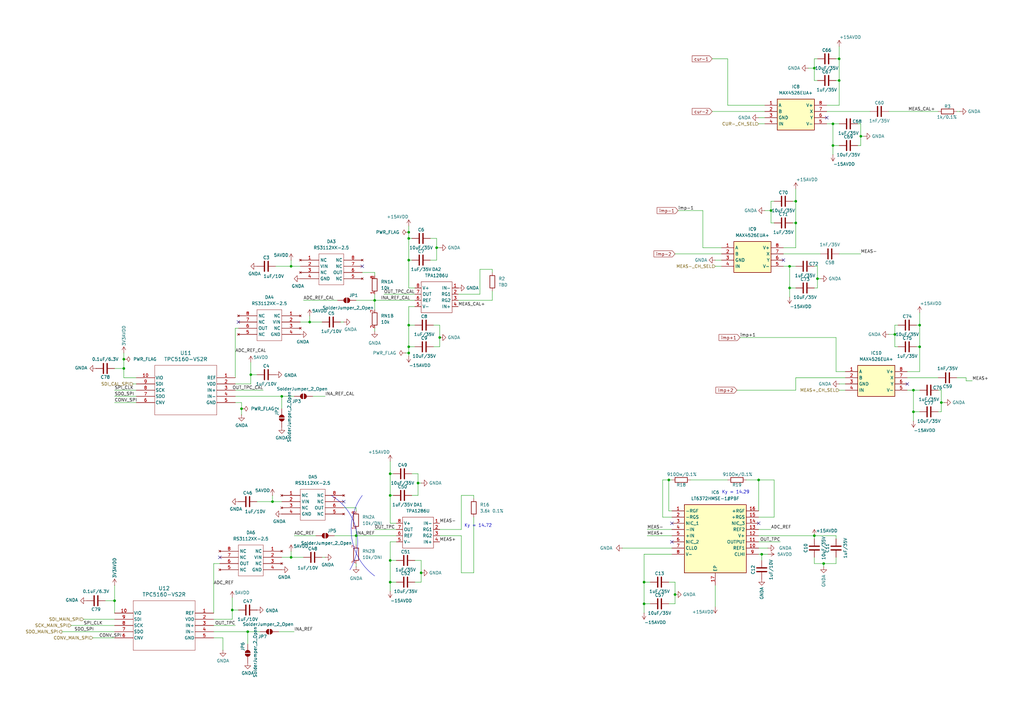
<source format=kicad_sch>
(kicad_sch (version 20231120) (generator "eeschema") (generator_version "8.0")
  (paper "A3")
  (junction (at 326.39 91.44))
  (junction (at 160.02 194.31))
  (junction (at 311.15 196.85))
  (junction (at 335.28 114.3))
  (junction (at 377.19 133.35))
  (junction (at 180.34 138.43))
  (junction (at 374.65 168.91))
  (junction (at 167.64 106.68))
  (junction (at 172.72 234.95))
  (junction (at 167.64 142.24))
  (junction (at 264.16 247.65))
  (junction (at 264.16 238.76))
  (junction (at 316.23 86.36))
  (junction (at 374.65 160.02))
  (junction (at 167.64 97.79))
  (junction (at 102.87 153.67))
  (junction (at 101.6 259.08))
  (junction (at 326.39 82.55))
  (junction (at 334.01 219.71))
  (junction (at 50.8 151.13))
  (junction (at 119.38 228.6))
  (junction (at 95.25 250.19))
  (junction (at 386.08 165.1))
  (junction (at 119.38 109.22))
  (junction (at 167.64 95.25))
  (junction (at 377.19 142.24))
  (junction (at 312.42 227.33))
  (junction (at 337.82 231.14))
  (junction (at 50.8 147.32))
  (junction (at 111.76 205.74))
  (junction (at 99.06 167.64))
  (junction (at 323.85 118.11))
  (junction (at 46.99 246.38))
  (junction (at 167.64 144.78))
  (junction (at 160.02 203.2))
  (junction (at 353.06 55.88))
  (junction (at 153.67 123.19))
  (junction (at 276.86 243.84))
  (junction (at 367.03 137.16))
  (junction (at 146.05 219.71))
  (junction (at 167.64 133.35))
  (junction (at 323.85 109.22))
  (junction (at 334.01 27.94))
  (junction (at 341.63 50.8))
  (junction (at 171.45 198.12))
  (junction (at 344.17 33.02))
  (junction (at 344.17 24.13))
  (junction (at 127 132.08))
  (junction (at 341.63 59.69))
  (junction (at 160.02 238.76))
  (junction (at 274.32 196.85))
  (junction (at 179.07 101.6))
  (junction (at 115.57 162.56))
  (junction (at 160.02 229.87))
  (no_connect (at 275.59 214.63))
  (no_connect (at 148.59 109.22))
  (no_connect (at 372.11 157.48))
  (no_connect (at 90.17 228.6))
  (no_connect (at 140.97 205.74))
  (no_connect (at 97.79 132.08))
  (no_connect (at 339.09 48.26))
  (no_connect (at 275.59 222.25))
  (no_connect (at 311.15 214.63))
  (no_connect (at 321.31 106.68))
  (wire (pts (xy 275.59 227.33) (xy 264.16 227.33)))
  (wire (pts (xy 303.53 138.43) (xy 342.9 138.43)))
  (wire (pts (xy 311.15 50.8) (xy 313.69 50.8)))
  (wire (pts (xy 264.16 247.65) (xy 264.16 251.46)))
  (wire (pts (xy 377.19 152.4) (xy 372.11 152.4)))
  (wire (pts (xy 189.23 234.95) (xy 194.31 234.95)))
  (wire (pts (xy 323.85 109.22) (xy 323.85 118.11)))
  (wire (pts (xy 353.06 104.14) (xy 344.17 104.14)))
  (wire (pts (xy 264.16 238.76) (xy 266.7 238.76)))
  (wire (pts (xy 337.82 231.14) (xy 342.9 231.14)))
  (wire (pts (xy 132.08 132.08) (xy 127 132.08)))
  (wire (pts (xy 313.69 86.36) (xy 316.23 86.36)))
  (wire (pts (xy 396.24 154.94) (xy 392.43 154.94)))
  (wire (pts (xy 157.48 120.65) (xy 170.18 120.65)))
  (wire (pts (xy 119.38 228.6) (xy 115.57 228.6)))
  (wire (pts (xy 194.31 203.2) (xy 194.31 204.47)))
  (wire (pts (xy 302.26 160.02) (xy 326.39 160.02)))
  (wire (pts (xy 351.79 50.8) (xy 353.06 50.8)))
  (wire (pts (xy 168.91 203.2) (xy 171.45 203.2)))
  (wire (pts (xy 276.86 247.65) (xy 276.86 243.84)))
  (wire (pts (xy 386.08 168.91) (xy 384.81 168.91)))
  (wire (pts (xy 196.85 110.49) (xy 201.93 110.49)))
  (wire (pts (xy 367.03 137.16) (xy 367.03 142.24)))
  (wire (pts (xy 377.19 133.35) (xy 375.92 133.35)))
  (wire (pts (xy 321.31 109.22) (xy 323.85 109.22)))
  (wire (pts (xy 353.06 50.8) (xy 353.06 55.88)))
  (wire (pts (xy 153.67 123.19) (xy 153.67 127)))
  (wire (pts (xy 368.3 133.35) (xy 367.03 133.35)))
  (wire (pts (xy 331.47 27.94) (xy 334.01 27.94)))
  (wire (pts (xy 176.53 97.79) (xy 179.07 97.79)))
  (wire (pts (xy 96.52 134.62) (xy 96.52 154.94)))
  (wire (pts (xy 372.11 154.94) (xy 384.81 154.94)))
  (wire (pts (xy 201.93 123.19) (xy 201.93 119.38)))
  (wire (pts (xy 95.25 254) (xy 95.25 250.19)))
  (wire (pts (xy 334.01 231.14) (xy 337.82 231.14)))
  (wire (pts (xy 55.88 160.02) (xy 46.99 160.02)))
  (wire (pts (xy 276.86 238.76) (xy 276.86 243.84)))
  (wire (pts (xy 148.59 111.76) (xy 153.67 111.76)))
  (wire (pts (xy 337.82 232.41) (xy 337.82 231.14)))
  (wire (pts (xy 96.52 134.62) (xy 97.79 134.62)))
  (wire (pts (xy 321.31 104.14) (xy 336.55 104.14)))
  (wire (pts (xy 170.18 118.11) (xy 167.64 118.11)))
  (wire (pts (xy 344.17 33.02) (xy 344.17 24.13)))
  (wire (pts (xy 335.28 118.11) (xy 334.01 118.11)))
  (wire (pts (xy 127 132.08) (xy 123.19 132.08)))
  (wire (pts (xy 171.45 203.2) (xy 171.45 198.12)))
  (wire (pts (xy 311.15 196.85) (xy 311.15 209.55)))
  (wire (pts (xy 153.67 120.65) (xy 153.67 123.19)))
  (wire (pts (xy 398.78 156.21) (xy 396.24 156.21)))
  (wire (pts (xy 374.65 168.91) (xy 377.19 168.91)))
  (wire (pts (xy 177.8 142.24) (xy 180.34 142.24)))
  (wire (pts (xy 344.17 19.05) (xy 344.17 24.13)))
  (wire (pts (xy 113.03 109.22) (xy 119.38 109.22)))
  (wire (pts (xy 384.81 45.72) (xy 364.49 45.72)))
  (wire (pts (xy 46.99 240.03) (xy 46.99 246.38)))
  (wire (pts (xy 334.01 219.71) (xy 342.9 219.71)))
  (wire (pts (xy 115.57 162.56) (xy 120.65 162.56)))
  (wire (pts (xy 95.25 245.11) (xy 95.25 250.19)))
  (wire (pts (xy 189.23 203.2) (xy 189.23 217.17)))
  (wire (pts (xy 179.07 97.79) (xy 179.07 101.6)))
  (wire (pts (xy 180.34 133.35) (xy 180.34 138.43)))
  (wire (pts (xy 162.56 214.63) (xy 160.02 214.63)))
  (wire (pts (xy 374.65 160.02) (xy 377.19 160.02)))
  (wire (pts (xy 99.06 170.18) (xy 99.06 167.64)))
  (wire (pts (xy 201.93 110.49) (xy 201.93 111.76)))
  (wire (pts (xy 160.02 194.31) (xy 161.29 194.31)))
  (wire (pts (xy 179.07 106.68) (xy 179.07 101.6)))
  (wire (pts (xy 320.04 222.25) (xy 311.15 222.25)))
  (wire (pts (xy 187.96 123.19) (xy 201.93 123.19)))
  (wire (pts (xy 275.59 212.09) (xy 271.78 212.09)))
  (wire (pts (xy 180.34 142.24) (xy 180.34 138.43)))
  (wire (pts (xy 326.39 77.47) (xy 326.39 82.55)))
  (wire (pts (xy 292.1 45.72) (xy 313.69 45.72)))
  (wire (pts (xy 102.87 153.67) (xy 105.41 153.67)))
  (wire (pts (xy 312.42 227.33) (xy 311.15 227.33)))
  (wire (pts (xy 293.37 248.92) (xy 293.37 240.03)))
  (wire (pts (xy 111.76 203.2) (xy 111.76 205.74)))
  (wire (pts (xy 25.4 259.08) (xy 46.99 259.08)))
  (wire (pts (xy 288.29 101.6) (xy 295.91 101.6)))
  (wire (pts (xy 377.19 142.24) (xy 377.19 152.4)))
  (wire (pts (xy 271.78 196.85) (xy 274.32 196.85)))
  (wire (pts (xy 101.6 259.08) (xy 101.6 264.16)))
  (wire (pts (xy 167.64 133.35) (xy 167.64 142.24)))
  (wire (pts (xy 312.42 227.33) (xy 312.42 229.87)))
  (wire (pts (xy 167.64 97.79) (xy 167.64 95.25)))
  (wire (pts (xy 120.65 219.71) (xy 129.54 219.71)))
  (wire (pts (xy 386.08 165.1) (xy 387.35 165.1)))
  (wire (pts (xy 160.02 238.76) (xy 162.56 238.76)))
  (wire (pts (xy 160.02 238.76) (xy 160.02 242.57)))
  (wire (pts (xy 384.81 160.02) (xy 386.08 160.02)))
  (wire (pts (xy 341.63 59.69) (xy 344.17 59.69)))
  (wire (pts (xy 311.15 48.26) (xy 313.69 48.26)))
  (wire (pts (xy 396.24 156.21) (xy 396.24 154.94)))
  (wire (pts (xy 139.7 132.08) (xy 140.97 132.08)))
  (wire (pts (xy 167.64 133.35) (xy 170.18 133.35)))
  (wire (pts (xy 342.9 138.43) (xy 342.9 152.4)))
  (wire (pts (xy 298.45 43.18) (xy 313.69 43.18)))
  (wire (pts (xy 140.97 208.28) (xy 146.05 208.28)))
  (wire (pts (xy 194.31 212.09) (xy 194.31 234.95)))
  (wire (pts (xy 160.02 229.87) (xy 160.02 238.76)))
  (wire (pts (xy 335.28 114.3) (xy 336.55 114.3)))
  (wire (pts (xy 189.23 219.71) (xy 189.23 234.95)))
  (wire (pts (xy 111.76 205.74) (xy 115.57 205.74)))
  (wire (pts (xy 167.64 97.79) (xy 168.91 97.79)))
  (wire (pts (xy 274.32 247.65) (xy 276.86 247.65)))
  (wire (pts (xy 316.23 82.55) (xy 316.23 86.36)))
  (wire (pts (xy 167.64 118.11) (xy 167.64 106.68)))
  (wire (pts (xy 172.72 229.87) (xy 172.72 234.95)))
  (wire (pts (xy 160.02 203.2) (xy 161.29 203.2)))
  (wire (pts (xy 87.63 254) (xy 95.25 254)))
  (wire (pts (xy 127 129.54) (xy 127 132.08)))
  (wire (pts (xy 264.16 247.65) (xy 266.7 247.65)))
  (wire (pts (xy 274.32 196.85) (xy 275.59 196.85)))
  (wire (pts (xy 342.9 152.4) (xy 346.71 152.4)))
  (wire (pts (xy 115.57 162.56) (xy 115.57 167.64)))
  (wire (pts (xy 167.64 95.25) (xy 167.64 92.71)))
  (wire (pts (xy 386.08 165.1) (xy 386.08 168.91)))
  (wire (pts (xy 386.08 160.02) (xy 386.08 165.1)))
  (wire (pts (xy 326.39 91.44) (xy 326.39 101.6)))
  (wire (pts (xy 189.23 203.2) (xy 194.31 203.2)))
  (wire (pts (xy 311.15 224.79) (xy 314.96 224.79)))
  (wire (pts (xy 339.09 50.8) (xy 341.63 50.8)))
  (wire (pts (xy 119.38 109.22) (xy 123.19 109.22)))
  (wire (pts (xy 146.05 123.19) (xy 153.67 123.19)))
  (wire (pts (xy 326.39 160.02) (xy 326.39 154.94)))
  (wire (pts (xy 334.01 33.02) (xy 335.28 33.02)))
  (wire (pts (xy 325.12 91.44) (xy 326.39 91.44)))
  (wire (pts (xy 96.52 157.48) (xy 102.87 157.48)))
  (wire (pts (xy 274.32 238.76) (xy 276.86 238.76)))
  (wire (pts (xy 274.32 209.55) (xy 274.32 196.85)))
  (wire (pts (xy 311.15 196.85) (xy 317.5 196.85)))
  (wire (pts (xy 283.21 196.85) (xy 298.45 196.85)))
  (wire (pts (xy 342.9 33.02) (xy 344.17 33.02)))
  (wire (pts (xy 344.17 24.13) (xy 342.9 24.13)))
  (wire (pts (xy 170.18 238.76) (xy 172.72 238.76)))
  (wire (pts (xy 344.17 33.02) (xy 344.17 43.18)))
  (wire (pts (xy 372.11 160.02) (xy 374.65 160.02)))
  (wire (pts (xy 55.88 157.48) (xy 54.61 157.48)))
  (wire (pts (xy 196.85 110.49) (xy 196.85 120.65)))
  (wire (pts (xy 317.5 212.09) (xy 311.15 212.09)))
  (wire (pts (xy 96.52 256.54) (xy 87.63 256.54)))
  (wire (pts (xy 153.67 123.19) (xy 170.18 123.19)))
  (wire (pts (xy 168.91 194.31) (xy 171.45 194.31)))
  (wire (pts (xy 50.8 154.94) (xy 55.88 154.94)))
  (wire (pts (xy 374.65 168.91) (xy 374.65 172.72)))
  (wire (pts (xy 132.08 228.6) (xy 133.35 228.6)))
  (wire (pts (xy 96.52 165.1) (xy 99.06 165.1)))
  (wire (pts (xy 167.64 144.78) (xy 167.64 146.05)))
  (wire (pts (xy 46.99 151.13) (xy 50.8 151.13)))
  (wire (pts (xy 393.7 45.72) (xy 392.43 45.72)))
  (wire (pts (xy 326.39 101.6) (xy 321.31 101.6)))
  (wire (pts (xy 87.63 259.08) (xy 101.6 259.08)))
  (wire (pts (xy 162.56 222.25) (xy 160.02 222.25)))
  (wire (pts (xy 374.65 160.02) (xy 374.65 168.91)))
  (wire (pts (xy 364.49 137.16) (xy 367.03 137.16)))
  (wire (pts (xy 353.06 55.88) (xy 354.33 55.88)))
  (wire (pts (xy 342.9 219.71) (xy 342.9 220.98)))
  (wire (pts (xy 119.38 226.06) (xy 119.38 228.6)))
  (wire (pts (xy 323.85 118.11) (xy 326.39 118.11)))
  (wire (pts (xy 265.43 217.17) (xy 275.59 217.17)))
  (wire (pts (xy 146.05 219.71) (xy 146.05 223.52)))
  (wire (pts (xy 180.34 219.71) (xy 189.23 219.71)))
  (wire (pts (xy 146.05 219.71) (xy 162.56 219.71)))
  (wire (pts (xy 124.46 228.6) (xy 119.38 228.6)))
  (wire (pts (xy 102.87 157.48) (xy 102.87 153.67)))
  (wire (pts (xy 160.02 214.63) (xy 160.02 203.2)))
  (wire (pts (xy 146.05 208.28) (xy 146.05 209.55)))
  (wire (pts (xy 335.28 109.22) (xy 335.28 114.3)))
  (wire (pts (xy 133.35 162.56) (xy 128.27 162.56)))
  (wire (pts (xy 50.8 151.13) (xy 50.8 154.94)))
  (wire (pts (xy 271.78 212.09) (xy 271.78 196.85)))
  (wire (pts (xy 114.3 259.08) (xy 120.65 259.08)))
  (wire (pts (xy 276.86 104.14) (xy 295.91 104.14)))
  (wire (pts (xy 160.02 229.87) (xy 162.56 229.87)))
  (wire (pts (xy 160.02 194.31) (xy 160.02 189.23)))
  (wire (pts (xy 317.5 196.85) (xy 317.5 212.09)))
  (wire (pts (xy 264.16 238.76) (xy 264.16 247.65)))
  (wire (pts (xy 146.05 217.17) (xy 146.05 219.71)))
  (wire (pts (xy 334.01 24.13) (xy 334.01 27.94)))
  (wire (pts (xy 275.59 209.55) (xy 274.32 209.55)))
  (wire (pts (xy 339.09 45.72) (xy 356.87 45.72)))
  (wire (pts (xy 255.27 224.79) (xy 275.59 224.79)))
  (wire (pts (xy 334.01 27.94) (xy 334.01 33.02)))
  (wire (pts (xy 334.01 220.98) (xy 334.01 219.71)))
  (wire (pts (xy 91.44 266.7) (xy 91.44 261.62)))
  (wire (pts (xy 107.95 160.02) (xy 96.52 160.02)))
  (wire (pts (xy 316.23 86.36) (xy 316.23 91.44)))
  (wire (pts (xy 288.29 86.36) (xy 288.29 101.6)))
  (wire (pts (xy 153.67 217.17) (xy 162.56 217.17)))
  (wire (pts (xy 326.39 82.55) (xy 325.12 82.55)))
  (wire (pts (xy 265.43 219.71) (xy 275.59 219.71)))
  (wire (pts (xy 38.1 261.62) (xy 46.99 261.62)))
  (wire (pts (xy 293.37 109.22) (xy 295.91 109.22)))
  (wire (pts (xy 264.16 227.33) (xy 264.16 238.76)))
  (wire (pts (xy 160.02 203.2) (xy 160.02 194.31)))
  (wire (pts (xy 171.45 198.12) (xy 172.72 198.12)))
  (wire (pts (xy 306.07 196.85) (xy 311.15 196.85)))
  (wire (pts (xy 160.02 222.25) (xy 160.02 229.87)))
  (wire (pts (xy 87.63 231.14) (xy 87.63 251.46)))
  (wire (pts (xy 344.17 43.18) (xy 339.09 43.18)))
  (wire (pts (xy 278.13 86.36) (xy 288.29 86.36)))
  (wire (pts (xy 87.63 231.14) (xy 90.17 231.14)))
  (wire (pts (xy 95.25 250.19) (xy 97.79 250.19)))
  (wire (pts (xy 46.99 246.38) (xy 46.99 251.46)))
  (wire (pts (xy 43.18 246.38) (xy 46.99 246.38)))
  (wire (pts (xy 170.18 125.73) (xy 167.64 125.73)))
  (wire (pts (xy 375.92 142.24) (xy 377.19 142.24)))
  (wire (pts (xy 341.63 50.8) (xy 344.17 50.8)))
  (wire (pts (xy 170.18 229.87) (xy 172.72 229.87)))
  (wire (pts (xy 119.38 106.68) (xy 119.38 109.22)))
  (wire (pts (xy 171.45 194.31) (xy 171.45 198.12)))
  (wire (pts (xy 323.85 109.22) (xy 326.39 109.22)))
  (wire (pts (xy 176.53 106.68) (xy 179.07 106.68)))
  (wire (pts (xy 153.67 111.76) (xy 153.67 113.03)))
  (wire (pts (xy 334.01 109.22) (xy 335.28 109.22)))
  (wire (pts (xy 341.63 50.8) (xy 341.63 59.69)))
  (wire (pts (xy 342.9 231.14) (xy 342.9 228.6)))
  (wire (pts (xy 50.8 144.78) (xy 50.8 147.32)))
  (wire (pts (xy 101.6 259.08) (xy 106.68 259.08)))
  (wire (pts (xy 166.37 144.78) (xy 167.64 144.78)))
  (wire (pts (xy 167.64 142.24) (xy 170.18 142.24)))
  (wire (pts (xy 167.64 106.68) (xy 167.64 97.79)))
  (wire (pts (xy 344.17 160.02) (xy 346.71 160.02)))
  (wire (pts (xy 353.06 55.88) (xy 353.06 59.69)))
  (wire (pts (xy 335.28 114.3) (xy 335.28 118.11)))
  (wire (pts (xy 323.85 118.11) (xy 323.85 121.92)))
  (wire (pts (xy 167.64 142.24) (xy 167.64 144.78)))
  (wire (pts (xy 311.15 219.71) (xy 334.01 219.71)))
  (wire (pts (xy 292.1 24.13) (xy 298.45 24.13)))
  (wire (pts (xy 29.21 256.54) (xy 46.99 256.54)))
  (wire (pts (xy 96.52 162.56) (xy 115.57 162.56)))
  (wire (pts (xy 50.8 147.32) (xy 50.8 151.13)))
  (wire (pts (xy 293.37 106.68) (xy 295.91 106.68)))
  (wire (pts (xy 137.16 219.71) (xy 146.05 219.71)))
  (wire (pts (xy 46.99 165.1) (xy 55.88 165.1)))
  (wire (pts (xy 326.39 91.44) (xy 326.39 82.55)))
  (wire (pts (xy 91.44 261.62) (xy 87.63 261.62)))
  (wire (pts (xy 316.23 217.17) (xy 311.15 217.17)))
  (wire (pts (xy 326.39 154.94) (xy 346.71 154.94)))
  (wire (pts (xy 314.96 227.33) (xy 312.42 227.33)))
  (wire (pts (xy 99.06 167.64) (xy 99.06 165.1)))
  (wire (pts (xy 167.64 125.73) (xy 167.64 133.35)))
  (wire (pts (xy 179.07 101.6) (xy 180.34 101.6)))
  (wire (pts (xy 180.34 217.17) (xy 189.23 217.17)))
  (wire (pts (xy 316.23 91.44) (xy 317.5 91.44)))
  (wire (pts (xy 105.41 205.74) (xy 111.76 205.74)))
  (wire (pts (xy 353.06 59.69) (xy 351.79 59.69)))
  (wire (pts (xy 317.5 82.55) (xy 316.23 82.55)))
  (wire (pts (xy 102.87 148.59) (xy 102.87 153.67)))
  (wire (pts (xy 377.19 142.24) (xy 377.19 133.35)))
  (wire (pts (xy 187.96 120.65) (xy 196.85 120.65)))
  (wire (pts (xy 153.67 135.89) (xy 153.67 134.62)))
  (wire (pts (xy 334.01 228.6) (xy 334.01 231.14)))
  (wire (pts (xy 335.28 24.13) (xy 334.01 24.13)))
  (wire (pts (xy 341.63 59.69) (xy 341.63 63.5)))
  (wire (pts (xy 367.03 133.35) (xy 367.03 137.16)))
  (wire (pts (xy 167.64 106.68) (xy 168.91 106.68)))
  (wire (pts (xy 146.05 232.41) (xy 146.05 231.14)))
  (wire (pts (xy 367.03 142.24) (xy 368.3 142.24)))
  (wire (pts (xy 298.45 24.13) (xy 298.45 43.18)))
  (wire (pts (xy 344.17 157.48) (xy 346.71 157.48)))
  (wire (pts (xy 377.19 128.27) (xy 377.19 133.35)))
  (wire (pts (xy 124.46 123.19) (xy 138.43 123.19)))
  (wire (pts (xy 177.8 133.35) (xy 180.34 133.35)))
  (wire (pts (xy 172.72 238.76) (xy 172.72 234.95)))
  (wire (pts (xy 46.99 162.56) (xy 55.88 162.56)))
  (wire (pts (xy 34.29 254) (xy 46.99 254)))
  (arc (start 135.89 203.2) (mid 146.0126 216.8618) (end 143.51 233.68))
  (arc (start 153.67 236.22) (mid 144.2913 220.7621) (end 148.59 203.2))
  (text "Ку = 14.72\n" (at 196.088 215.646 0) (effects (font (size 1.27 1.27))))
  (text "Ку = 14.29" (at 301.752 201.93 0) (effects (font (size 1.27 1.27))))
  (label "SDO_SPI" (at 30.48 259.08 0))
  (label "MEAS+" (at 180.34 222.25 0))
  (label "MEAS_CAL+" (at 187.96 125.73 0))
  (label "ADC_REF_CAL" (at 96.52 144.78 0))
  (label "imp+1" (at 303.53 138.43 0))
  (label "INA_REF" (at 146.05 219.71 0))
  (label "ADC_REF" (at 316.23 217.17 0))
  (label "INA_REF" (at 120.65 259.08 0))
  (label "MEAS-" (at 353.06 104.14 0))
  (label "ADC_REF" (at 87.63 240.03 0))
  (label "MEAS-" (at 180.34 214.63 0))
  (label "INA_REF_CAL" (at 156.21 123.19 0))
  (label "ADC_REF_CAL" (at 124.46 123.19 0))
  (label "ADC_REF" (at 120.65 219.71 0))
  (label "SPI_CLK" (at 46.99 160.02 0))
  (label "MEAS+" (at 398.78 156.21 0))
  (label "imp-1" (at 278.13 86.36 0))
  (label "CONV_SPI" (at 46.99 165.1 0))
  (label "OUT_TPC" (at 96.52 256.54 180))
  (label "SPI_CLK" (at 34.29 256.54 0))
  (label "OUT_TPC_CAL" (at 157.48 120.65 0))
  (label "INA_REF_CAL" (at 133.35 162.56 0))
  (label "OUT_TPC_CAL" (at 107.95 160.02 180))
  (label "CONV_SPI" (at 40.64 261.62 0))
  (label "OUT_TPC" (at 320.04 222.25 180))
  (label "OUT_TPC" (at 153.67 217.17 0))
  (label "SDO_SPI" (at 46.99 162.56 0))
  (label "MEAS+" (at 265.43 219.71 0))
  (label "MEAS-" (at 265.43 217.17 0))
  (label "MEAS_CAL+" (at 383.54 45.72 180))
  (global_label "imp-1" (shape input) (at 278.13 86.36 180) (property "Intersheetrefs" "${INTERSHEET_REFS}" (effects (hide yes))))
  (global_label "imp+1" (shape input) (at 303.53 138.43 180) (property "Intersheetrefs" "${INTERSHEET_REFS}" (effects (hide yes))))
  (global_label "cur-1" (shape input) (at 292.1 24.13 180) (property "Intersheetrefs" "${INTERSHEET_REFS}" (effects (hide yes))))
  (global_label "imp+2" (shape input) (at 302.26 160.02 180) (property "Intersheetrefs" "${INTERSHEET_REFS}" (effects (hide yes))))
  (global_label "cur-2" (shape input) (at 292.1 45.72 180) (property "Intersheetrefs" "${INTERSHEET_REFS}" (effects (hide yes))))
  (global_label "imp-2" (shape input) (at 276.86 104.14 180) (property "Intersheetrefs" "${INTERSHEET_REFS}" (effects (hide yes))))
  (hierarchical_label "MEAS-_CH_SEL" (shape input) (at 293.37 109.22 180))
  (hierarchical_label "MEAS+_CH_SEL" (shape input) (at 344.17 160.02 180))
  (hierarchical_label "SCK_MAIN_SPI" (shape input) (at 29.21 256.54 180))
  (hierarchical_label "SDI_CAL_SPI" (shape input) (at 54.61 157.48 180))
  (hierarchical_label "CONV_MAIN_SPI" (shape input) (at 38.1 261.62 180))
  (hierarchical_label "CUR-_CH_SEL" (shape input) (at 311.15 50.8 180))
  (hierarchical_label "SDO_MAIN_SPI" (shape output) (at 25.4 259.08 180))
  (hierarchical_label "SDI_MAIN_SPI" (shape input) (at 34.29 254 180))
  (symbol (lib_id "Device:C") (at 166.37 229.87 270) (mirror x) (unit 1)
    (property "Reference" "C51" (at 166.37 226.314 90))
    (property "Value" "1uF/35V" (at 166.37 233.68 90))
    (property "Footprint" "Capacitor_SMD:C_0603_1608Metric_Pad1.08x0.95mm_HandSolder" (effects (hide yes)))
    (property "Description" "Unpolarized capacitor" (effects (hide yes)))
  )
  (symbol (lib_id "Device:C") (at 101.6 205.74 270) (mirror x) (unit 1)
    (property "Reference" "C46" (at 101.6 202.184 90))
    (property "Value" "1uF/10V" (at 104.648 209.804 90))
    (property "Footprint" "Capacitor_SMD:C_0603_1608Metric_Pad1.08x0.95mm_HandSolder" (effects (hide yes)))
    (property "Description" "Unpolarized capacitor" (effects (hide yes)))
  )
  (symbol (lib_id "power:VDD") (at 264.16 251.46 180) (unit 1)
    (property "Reference" "#PWR092" (effects (hide yes)))
    (property "Value" "-15AVDD" (at 268.732 255.27 0))
    (property "Description" "Power symbol creates a global label with name \"VDD\"" (effects (hide yes)))
  )
  (symbol (lib_id "LT6372HMSE-1#PBF:LT6372HMSE-1#PBF") (at 275.59 209.55 0) (unit 1)
    (property "Reference" "IC6" (at 293.37 201.93 0))
    (property "Value" "LT6372HMSE-1#PBF" (at 293.37 204.47 0))
    (property "Footprint" "SOP50P490X110-17N" (effects (hide yes)))
    (property "Datasheet" "https://www.analog.com/LT6372-1/datasheet" (effects (hide yes)))
    (property "Description" "Precision Instrumentation Amplifier with Level Shift and Output Clamping" (effects (hide yes)))
    (property "Height" "1.1" (effects (hide yes)))
    (property "Manufacturer_Name" "Analog Devices" (effects (hide yes)))
    (property "Manufacturer_Part_Number" "LT6372HMSE-1#PBF" (effects (hide yes)))
    (property "Mouser Part Number" "584-LT6372HMSE-1#PBF" (effects (hide yes)))
    (property "Mouser Price/Stock" "https://www.mouser.co.uk/ProductDetail/Analog-Devices/LT6372HMSE-1PBF?qs=zW32dvEIR3sgRPIeqvuzhg%3D%3D" (effects (hide yes)))
  )
  (symbol (lib_id "Device:R") (at 194.31 208.28 0) (unit 1)
    (property "Reference" "R16" (at 196.85 207.0099 0) (effects (justify left)))
    (property "Value" "3.6k 0.1%" (at 196.85 209.5499 0) (effects (justify left)))
    (property "Footprint" "Resistor_SMD:R_0805_2012Metric_Pad1.20x1.40mm_HandSolder" (effects (hide yes)))
    (property "Description" "Resistor" (effects (hide yes)))
  )
  (symbol (lib_id "Device:C") (at 173.99 142.24 270) (mirror x) (unit 1)
    (property "Reference" "C9" (at 173.99 138.684 90))
    (property "Value" "10uF/35V" (at 173.99 146.05 90))
    (property "Footprint" "Capacitor_SMD:C_0805_2012Metric_Pad1.18x1.45mm_HandSolder" (effects (hide yes)))
    (property "Description" "Unpolarized capacitor" (effects (hide yes)))
  )
  (symbol (lib_id "Device:C") (at 321.31 82.55 90) (unit 1)
    (property "Reference" "C70" (at 321.31 78.994 90))
    (property "Value" "10uF/35V" (at 321.31 86.36 90))
    (property "Footprint" "Capacitor_SMD:C_0805_2012Metric_Pad1.18x1.45mm_HandSolder" (effects (hide yes)))
    (property "Description" "Unpolarized capacitor" (effects (hide yes)))
  )
  (symbol (lib_id "zpc-lib:TPA1286U") (at 179.07 115.57 0) (mirror y) (unit 1)
    (property "Reference" "DA2" (at 179.07 110.49 0))
    (property "Value" "TPA1286U" (at 179.07 113.03 0))
    (property "Footprint" "Package_SO:MSOP-8_3x3mm_P0.65mm" (effects (hide yes)))
  )
  (symbol (lib_id "Device:R") (at 279.4 196.85 270) (unit 1)
    (property "Reference" "R18" (at 279.4 198.882 90))
    (property "Value" "910Ом/0.1%" (at 279.654 194.564 90))
    (property "Footprint" "Resistor_SMD:R_0603_1608Metric_Pad0.98x0.95mm_HandSolder" (effects (hide yes)))
    (property "Description" "Resistor" (effects (hide yes)))
  )
  (symbol (lib_id "power:GNDA") (at 115.57 210.82 270) (unit 1)
    (property "Reference" "#PWR075" (effects (hide yes)))
    (property "Value" "GNDA" (at 114.554 213.868 90))
    (property "Description" "Power symbol creates a global label with name \"GNDA\" , analog ground" (effects (hide yes)))
  )
  (symbol (lib_id "Device:C") (at 334.01 224.79 180) (unit 1)
    (property "Reference" "C10" (at 330.454 224.79 90))
    (property "Value" "10uF/35V" (at 337.82 224.79 90))
    (property "Footprint" "Capacitor_SMD:C_0805_2012Metric_Pad1.18x1.45mm_HandSolder" (effects (hide yes)))
    (property "Description" "Unpolarized capacitor" (effects (hide yes)))
  )
  (symbol (lib_id "Device:R_Pack04_Split") (at 153.67 116.84 0) (unit 1)
    (property "Reference" "RN1" (at 156.21 115.5699 0) (effects (justify left)))
    (property "Value" "10k" (at 156.21 118.1099 0) (effects (justify left)))
    (property "Footprint" "Resistor_SMD:R_Array_Convex_4x0603" (effects (hide yes)))
    (property "Description" "4 resistor network, parallel topology, split" (effects (hide yes)))
  )
  (symbol (lib_id "power:GNDA") (at 354.33 55.88 90) (mirror x) (unit 1)
    (property "Reference" "#PWR0107" (effects (hide yes)))
    (property "Value" "GNDA" (at 360.172 55.88 90))
    (property "Description" "Power symbol creates a global label with name \"GNDA\" , analog ground" (effects (hide yes)))
  )
  (symbol (lib_id "power:GNDA") (at 293.37 106.68 270) (mirror x) (unit 1)
    (property "Reference" "#PWR0110" (effects (hide yes)))
    (property "Value" "GNDA" (at 287.528 106.68 90))
    (property "Description" "Power symbol creates a global label with name \"GNDA\" , analog ground" (effects (hide yes)))
  )
  (symbol (lib_id "Device:R") (at 388.62 45.72 90) (unit 1)
    (property "Reference" "R3" (at 388.62 43.688 90))
    (property "Value" "1k/0.1%" (at 388.366 48.006 90))
    (property "Footprint" "Resistor_SMD:R_0603_1608Metric_Pad0.98x0.95mm_HandSolder" (effects (hide yes)))
    (property "Description" "Resistor" (effects (hide yes)))
  )
  (symbol (lib_id "Device:C") (at 321.31 91.44 90) (unit 1)
    (property "Reference" "C71" (at 321.31 87.884 90))
    (property "Value" "1uF/35V" (at 321.31 95.25 90))
    (property "Footprint" "Capacitor_SMD:C_0603_1608Metric_Pad1.08x0.95mm_HandSolder" (effects (hide yes)))
    (property "Description" "Unpolarized capacitor" (effects (hide yes)))
  )
  (symbol (lib_id "Jumper:SolderJumper_2_Open") (at 124.46 162.56 180) (unit 1) (exclude_from_sim yes) (in_bom no)
    (property "Reference" "JP3" (at 121.666 164.592 0))
    (property "Value" "SolderJumper_2_Open" (at 123.952 159.512 0))
    (property "Footprint" "Jumper:SolderJumper-2_P1.3mm_Open_TrianglePad1.0x1.5mm" (effects (hide yes)))
    (property "Description" "Solder Jumper, 2-pole, open" (effects (hide yes)))
  )
  (symbol (lib_id "power:VDD") (at 95.25 245.11 0) (mirror y) (unit 1)
    (property "Reference" "#PWR071" (effects (hide yes)))
    (property "Value" "5AVDD" (at 99.314 243.078 0))
    (property "Description" "Power symbol creates a global label with name \"VDD\"" (effects (hide yes)))
  )
  (symbol (lib_id "power:GNDA") (at 337.82 232.41 0) (unit 1)
    (property "Reference" "#PWR088" (effects (hide yes)))
    (property "Value" "GNDA" (at 337.82 238.252 90))
    (property "Description" "Power symbol creates a global label with name \"GNDA\" , analog ground" (effects (hide yes)))
  )
  (symbol (lib_id "2024-07-17_19-58-29:TPC5160-VS2R") (at 96.52 154.94 0) (mirror y) (unit 1)
    (property "Reference" "U11" (at 76.2 144.78 0) (effects (font (size 1.524 1.524))))
    (property "Value" "TPC5160-VS2R" (at 76.2 147.32 0) (effects (font (size 1.524 1.524))))
    (property "Footprint" "VS2MSOP-10-A_TPK" (effects (hide yes)))
    (property "Datasheet" "TPC5160-VS2R" (effects (hide yes)))
  )
  (symbol (lib_id "power:GNDA") (at 123.19 114.3 270) (unit 1)
    (property "Reference" "#PWR014" (effects (hide yes)))
    (property "Value" "GNDA" (at 122.174 117.348 90))
    (property "Description" "Power symbol creates a global label with name \"GNDA\" , analog ground" (effects (hide yes)))
  )
  (symbol (lib_id "power:GNDA") (at 313.69 86.36 270) (unit 1)
    (property "Reference" "#PWR0111" (effects (hide yes)))
    (property "Value" "GNDA" (at 307.848 86.36 90))
    (property "Description" "Power symbol creates a global label with name \"GNDA\" , analog ground" (effects (hide yes)))
  )
  (symbol (lib_id "MAX4526CSA+:MAX4526CSA+") (at 346.71 152.4 0) (unit 1)
    (property "Reference" "IC10" (at 359.41 144.78 0))
    (property "Value" "MAX4526EUA+" (at 359.41 147.32 0))
    (property "Footprint" "SOIC127P600X175-8N" (effects (hide yes)))
    (property "Datasheet" "https://datasheet.datasheetarchive.com/originals/distributors/SFDatasheet-4/sf-00086637.pdf" (effects (hide yes)))
    (property "Description" "Analogue Switch Single DPDT" (effects (hide yes)))
    (property "Height" "1.75" (effects (hide yes)))
    (property "Manufacturer_Name" "Analog Devices" (effects (hide yes)))
    (property "Manufacturer_Part_Number" "MAX4526CSA+" (effects (hide yes)))
    (property "Mouser Part Number" "700-MAX4526CSA" (effects (hide yes)))
    (property "Mouser Price/Stock" "https://www.mouser.co.uk/ProductDetail/Maxim-Integrated/MAX4526CSA%2b?qs=1THa7WoU59Hn83AxU9K9Cg%3D%3D" (effects (hide yes)))
  )
  (symbol (lib_id "power:GNDA") (at 180.34 138.43 90) (mirror x) (unit 1)
    (property "Reference" "#PWR022" (effects (hide yes)))
    (property "Value" "GNDA" (at 186.182 138.43 90))
    (property "Description" "Power symbol creates a global label with name \"GNDA\" , analog ground" (effects (hide yes)))
  )
  (symbol (lib_id "Device:C") (at 381 168.91 270) (mirror x) (unit 1)
    (property "Reference" "C77" (at 381 165.354 90))
    (property "Value" "10uF/35V" (at 381 172.72 90))
    (property "Footprint" "Capacitor_SMD:C_0805_2012Metric_Pad1.18x1.45mm_HandSolder" (effects (hide yes)))
    (property "Description" "Unpolarized capacitor" (effects (hide yes)))
  )
  (symbol (lib_id "Device:C") (at 330.2 118.11 270) (mirror x) (unit 1)
    (property "Reference" "C73" (at 330.2 114.554 90))
    (property "Value" "10uF/35V" (at 330.2 121.92 90))
    (property "Footprint" "Capacitor_SMD:C_0805_2012Metric_Pad1.18x1.45mm_HandSolder" (effects (hide yes)))
    (property "Description" "Unpolarized capacitor" (effects (hide yes)))
  )
  (symbol (lib_id "Device:C") (at 101.6 250.19 90) (unit 1)
    (property "Reference" "C47" (at 101.6 246.634 90))
    (property "Value" "1uF/10V" (at 101.6 254 90))
    (property "Footprint" "Capacitor_SMD:C_0603_1608Metric_Pad1.08x0.95mm_HandSolder" (effects (hide yes)))
    (property "Description" "Unpolarized capacitor" (effects (hide yes)))
  )
  (symbol (lib_id "Device:C") (at 388.62 154.94 270) (unit 1)
    (property "Reference" "C59" (at 388.62 158.496 90))
    (property "Value" "1nF/35V" (at 388.62 151.13 90))
    (property "Footprint" "Capacitor_SMD:C_0603_1608Metric_Pad1.08x0.95mm_HandSolder" (effects (hide yes)))
    (property "Description" "Unpolarized capacitor" (effects (hide yes)))
  )
  (symbol (lib_id "power:VDD") (at 119.38 226.06 0) (mirror y) (unit 1)
    (property "Reference" "#PWR077" (effects (hide yes)))
    (property "Value" "5AVDD" (at 123.444 224.028 0))
    (property "Description" "Power symbol creates a global label with name \"VDD\"" (effects (hide yes)))
  )
  (symbol (lib_id "power:GNDA") (at 105.41 250.19 90) (mirror x) (unit 1)
    (property "Reference" "#PWR073" (effects (hide yes)))
    (property "Value" "GNDA" (at 111.506 250.444 90))
    (property "Description" "Power symbol creates a global label with name \"GNDA\" , analog ground" (effects (hide yes)))
  )
  (symbol (lib_id "Device:C") (at 43.18 151.13 270) (unit 1)
    (property "Reference" "C78" (at 43.18 154.686 90))
    (property "Value" "0.1uF/6.3V" (at 43.18 147.32 90))
    (property "Footprint" "Capacitor_SMD:C_0603_1608Metric_Pad1.08x0.95mm_HandSolder" (effects (hide yes)))
    (property "Description" "Unpolarized capacitor" (effects (hide yes)))
  )
  (symbol (lib_id "power:GNDA") (at 314.96 224.79 90) (unit 1)
    (property "Reference" "#PWR094" (effects (hide yes)))
    (property "Value" "GNDA" (at 322.072 224.79 90))
    (property "Description" "Power symbol creates a global label with name \"GNDA\" , analog ground" (effects (hide yes)))
  )
  (symbol (lib_id "power:VDD") (at 46.99 240.03 0) (mirror y) (unit 1)
    (property "Reference" "#PWR0124" (effects (hide yes)))
    (property "Value" "3V3AVDD" (at 46.99 232.918 90))
    (property "Description" "Power symbol creates a global label with name \"VDD\"" (effects (hide yes)))
  )
  (symbol (lib_id "Device:R_Pack04_Split") (at 146.05 213.36 0) (unit 1)
    (property "Reference" "RN2" (at 148.59 212.0899 0) (effects (justify left)))
    (property "Value" "10k/DNI" (at 148.59 214.6299 0) (effects (justify left)))
    (property "Footprint" "Resistor_SMD:R_Array_Convex_4x0603" (effects (hide yes)))
    (property "Description" "4 resistor network, parallel topology, split" (effects (hide yes)))
  )
  (symbol (lib_id "power:GNDA") (at 91.44 266.7 0) (mirror y) (unit 1)
    (property "Reference" "#PWR070" (effects (hide yes)))
    (property "Value" "GNDA" (at 91.44 271.018 0))
    (property "Description" "Power symbol creates a global label with name \"GNDA\" , analog ground" (effects (hide yes)))
  )
  (symbol (lib_id "power:GNDA") (at 344.17 157.48 270) (mirror x) (unit 1)
    (property "Reference" "#PWR0117" (effects (hide yes)))
    (property "Value" "GNDA" (at 338.328 157.48 90))
    (property "Description" "Power symbol creates a global label with name \"GNDA\" , analog ground" (effects (hide yes)))
  )
  (symbol (lib_id "Device:C") (at 128.27 228.6 90) (unit 1)
    (property "Reference" "C48" (at 128.27 225.044 90))
    (property "Value" "1uF/10V" (at 126.238 232.918 90))
    (property "Footprint" "Capacitor_SMD:C_0603_1608Metric_Pad1.08x0.95mm_HandSolder" (effects (hide yes)))
    (property "Description" "Unpolarized capacitor" (effects (hide yes)))
  )
  (symbol (lib_id "power:VDD") (at 314.96 227.33 270) (unit 1)
    (property "Reference" "#PWR090" (effects (hide yes)))
    (property "Value" "5AVDD" (at 321.818 227.33 90))
    (property "Description" "Power symbol creates a global label with name \"VDD\"" (effects (hide yes)))
  )
  (symbol (lib_id "Device:C") (at 165.1 203.2 270) (mirror x) (unit 1)
    (property "Reference" "C50" (at 165.1 199.644 90))
    (property "Value" "1uF/35V" (at 165.1 207.01 90))
    (property "Footprint" "Capacitor_SMD:C_0603_1608Metric_Pad1.08x0.95mm_HandSolder" (effects (hide yes)))
    (property "Description" "Unpolarized capacitor" (effects (hide yes)))
  )
  (symbol (lib_id "power:GNDA") (at 336.55 114.3 90) (mirror x) (unit 1)
    (property "Reference" "#PWR0114" (effects (hide yes)))
    (property "Value" "GNDA" (at 342.392 114.3 90))
    (property "Description" "Power symbol creates a global label with name \"GNDA\" , analog ground" (effects (hide yes)))
  )
  (symbol (lib_id "power:GNDA") (at 115.57 233.68 90) (mirror x) (unit 1)
    (property "Reference" "#PWR076" (effects (hide yes)))
    (property "Value" "GNDA" (at 116.586 236.728 90))
    (property "Description" "Power symbol creates a global label with name \"GNDA\" , analog ground" (effects (hide yes)))
  )
  (symbol (lib_id "Device:C") (at 381 160.02 270) (mirror x) (unit 1)
    (property "Reference" "C76" (at 384.556 159.004 90))
    (property "Value" "1uF/35V" (at 381 163.83 90))
    (property "Footprint" "Capacitor_SMD:C_0603_1608Metric_Pad1.08x0.95mm_HandSolder" (effects (hide yes)))
    (property "Description" "Unpolarized capacitor" (effects (hide yes)))
  )
  (symbol (lib_id "Device:C") (at 270.51 247.65 270) (mirror x) (unit 1)
    (property "Reference" "C57" (at 270.51 244.094 90))
    (property "Value" "10uF/35V" (at 270.51 251.46 90))
    (property "Footprint" "Capacitor_SMD:C_0805_2012Metric_Pad1.18x1.45mm_HandSolder" (effects (hide yes)))
    (property "Description" "Unpolarized capacitor" (effects (hide yes)))
  )
  (symbol (lib_id "power:GNDA") (at 113.03 153.67 90) (mirror x) (unit 1)
    (property "Reference" "#PWR012" (effects (hide yes)))
    (property "Value" "GNDA" (at 119.126 153.924 90))
    (property "Description" "Power symbol creates a global label with name \"GNDA\" , analog ground" (effects (hide yes)))
  )
  (symbol (lib_id "Device:C") (at 172.72 97.79 270) (mirror x) (unit 1)
    (property "Reference" "C6" (at 172.72 94.234 90))
    (property "Value" "10uF/35V" (at 172.72 101.6 90))
    (property "Footprint" "Capacitor_SMD:C_0805_2012Metric_Pad1.18x1.45mm_HandSolder" (effects (hide yes)))
    (property "Description" "Unpolarized capacitor" (effects (hide yes)))
  )
  (symbol (lib_id "power:GNDA") (at 35.56 246.38 270) (mirror x) (unit 1)
    (property "Reference" "#PWR068" (effects (hide yes)))
    (property "Value" "GNDA" (at 29.464 246.126 90))
    (property "Description" "Power symbol creates a global label with name \"GNDA\" , analog ground" (effects (hide yes)))
  )
  (symbol (lib_id "Device:C") (at 109.22 153.67 90) (unit 1)
    (property "Reference" "C4" (at 109.22 150.114 90))
    (property "Value" "1uF/10V" (at 109.22 157.48 90))
    (property "Footprint" "Capacitor_SMD:C_0603_1608Metric_Pad1.08x0.95mm_HandSolder" (effects (hide yes)))
    (property "Description" "Unpolarized capacitor" (effects (hide yes)))
  )
  (symbol (lib_id "Jumper:SolderJumper_2_Open") (at 101.6 267.97 90) (unit 1) (exclude_from_sim yes) (in_bom no)
    (property "Reference" "JP6" (at 99.568 265.176 0))
    (property "Value" "SolderJumper_2_Open" (at 104.648 267.462 0))
    (property "Footprint" "Jumper:SolderJumper-2_P1.3mm_Open_TrianglePad1.0x1.5mm" (effects (hide yes)))
    (property "Description" "Solder Jumper, 2-pole, open" (effects (hide yes)))
  )
  (symbol (lib_id "power:VDD") (at 167.64 146.05 180) (unit 1)
    (property "Reference" "#PWR020" (effects (hide yes)))
    (property "Value" "-15AVDD" (at 172.212 149.86 0))
    (property "Description" "Power symbol creates a global label with name \"VDD\"" (effects (hide yes)))
  )
  (symbol (lib_id "power:GNDA") (at 312.42 237.49 0) (unit 1)
    (property "Reference" "#PWR091" (effects (hide yes)))
    (property "Value" "GNDA" (at 312.42 243.332 90))
    (property "Description" "Power symbol creates a global label with name \"GNDA\" , analog ground" (effects (hide yes)))
  )
  (symbol (lib_id "zpc-lib:RS3112") (at 110.49 127 0) (mirror y) (unit 1)
    (property "Reference" "DA4" (at 110.49 121.92 0))
    (property "Value" "RS3112XK-2.5" (at 110.49 124.46 0))
    (property "Footprint" "Package_SO:SOIC-8_3.9x4.9mm_P1.27mm" (effects (hide yes)))
  )
  (symbol (lib_id "power:GNDA") (at 140.97 132.08 90) (mirror x) (unit 1)
    (property "Reference" "#PWR017" (effects (hide yes)))
    (property "Value" "GNDA" (at 143.764 135.128 90))
    (property "Description" "Power symbol creates a global label with name \"GNDA\" , analog ground" (effects (hide yes)))
  )
  (symbol (lib_id "power:GNDA") (at 276.86 243.84 90) (mirror x) (unit 1)
    (property "Reference" "#PWR093" (effects (hide yes)))
    (property "Value" "GNDA" (at 282.702 243.84 90))
    (property "Description" "Power symbol creates a global label with name \"GNDA\" , analog ground" (effects (hide yes)))
  )
  (symbol (lib_id "power:VDD") (at 102.87 148.59 0) (mirror y) (unit 1)
    (property "Reference" "#PWR010" (effects (hide yes)))
    (property "Value" "5AVDD" (at 106.934 146.558 0))
    (property "Description" "Power symbol creates a global label with name \"VDD\"" (effects (hide yes)))
  )
  (symbol (lib_id "power:VDD") (at 111.76 203.2 0) (unit 1)
    (property "Reference" "#PWR074" (effects (hide yes)))
    (property "Value" "5AVDD" (at 107.696 201.168 0))
    (property "Description" "Power symbol creates a global label with name \"VDD\"" (effects (hide yes)))
  )
  (symbol (lib_id "power:GNDA") (at 393.7 45.72 90) (mirror x) (unit 1)
    (property "Reference" "#PWR024" (effects (hide yes)))
    (property "Value" "GNDA" (at 399.542 45.72 90))
    (property "Description" "Power symbol creates a global label with name \"GNDA\" , analog ground" (effects (hide yes)))
  )
  (symbol (lib_id "power:VDD") (at 323.85 121.92 180) (unit 1)
    (property "Reference" "#PWR0112" (effects (hide yes)))
    (property "Value" "-15AVDD" (at 328.422 125.73 0))
    (property "Description" "Power symbol creates a global label with name \"VDD\"" (effects (hide yes)))
  )
  (symbol (lib_id "Device:C") (at 342.9 224.79 180) (unit 1)
    (property "Reference" "C11" (at 339.344 224.79 90))
    (property "Value" "1uF/35V" (at 346.71 224.79 90))
    (property "Footprint" "Capacitor_SMD:C_0603_1608Metric_Pad1.08x0.95mm_HandSolder" (effects (hide yes)))
    (property "Description" "Unpolarized capacitor" (effects (hide yes)))
  )
  (symbol (lib_id "power:GNDA") (at 172.72 198.12 90) (mirror x) (unit 1)
    (property "Reference" "#PWR082" (effects (hide yes)))
    (property "Value" "GNDA" (at 178.562 198.12 90))
    (property "Description" "Power symbol creates a global label with name \"GNDA\" , analog ground" (effects (hide yes)))
  )
  (symbol (lib_id "Device:C") (at 312.42 233.68 180) (unit 1)
    (property "Reference" "C12" (at 308.864 233.68 90))
    (property "Value" "1uF/10V" (at 316.23 233.68 90))
    (property "Footprint" "Capacitor_SMD:C_0603_1608Metric_Pad1.08x0.95mm_HandSolder" (effects (hide yes)))
    (property "Description" "Unpolarized capacitor" (effects (hide yes)))
  )
  (symbol (lib_id "Device:C") (at 109.22 109.22 270) (mirror x) (unit 1)
    (property "Reference" "C3" (at 109.22 105.664 90))
    (property "Value" "1uF/10V" (at 112.268 113.284 90))
    (property "Footprint" "Capacitor_SMD:C_0603_1608Metric_Pad1.08x0.95mm_HandSolder" (effects (hide yes)))
    (property "Description" "Unpolarized capacitor" (effects (hide yes)))
  )
  (symbol (lib_id "Device:C") (at 339.09 24.13 90) (unit 1)
    (property "Reference" "C66" (at 339.09 20.574 90))
    (property "Value" "10uF/35V" (at 339.09 27.94 90))
    (property "Footprint" "Capacitor_SMD:C_0805_2012Metric_Pad1.18x1.45mm_HandSolder" (effects (hide yes)))
    (property "Description" "Unpolarized capacitor" (effects (hide yes)))
  )
  (symbol (lib_id "power:GNDA") (at 115.57 175.26 0) (mirror y) (unit 1)
    (property "Reference" "#PWR084" (effects (hide yes)))
    (property "Value" "GNDA" (at 115.57 179.578 0))
    (property "Description" "Power symbol creates a global label with name \"GNDA\" , analog ground" (effects (hide yes)))
  )
  (symbol (lib_id "power:VDD") (at 160.02 242.57 180) (unit 1)
    (property "Reference" "#PWR081" (effects (hide yes)))
    (property "Value" "-15AVDD" (at 164.592 246.38 0))
    (property "Description" "Power symbol creates a global label with name \"VDD\"" (effects (hide yes)))
  )
  (symbol (lib_id "Jumper:SolderJumper_2_Open") (at 133.35 219.71 0) (unit 1) (exclude_from_sim yes) (in_bom no)
    (property "Reference" "JP5" (at 136.144 217.678 0))
    (property "Value" "SolderJumper_2_Open" (at 133.858 222.758 0))
    (property "Footprint" "Jumper:SolderJumper-2_P1.3mm_Open_TrianglePad1.0x1.5mm" (effects (hide yes)))
    (property "Description" "Solder Jumper, 2-pole, open" (effects (hide yes)))
  )
  (symbol (lib_id "power:VDD") (at 377.19 128.27 0) (mirror y) (unit 1)
    (property "Reference" "#PWR0120" (effects (hide yes)))
    (property "Value" "+15AVDD" (at 381.762 124.46 0))
    (property "Description" "Power symbol creates a global label with name \"VDD\"" (effects (hide yes)))
  )
  (symbol (lib_id "power:VDD") (at 334.01 219.71 0) (mirror y) (unit 1)
    (property "Reference" "#PWR026" (effects (hide yes)))
    (property "Value" "+15AVDD" (at 339.09 217.678 0))
    (property "Description" "Power symbol creates a global label with name \"VDD\"" (effects (hide yes)))
  )
  (symbol (lib_id "Device:C") (at 166.37 238.76 270) (mirror x) (unit 1)
    (property "Reference" "C52" (at 166.37 235.204 90))
    (property "Value" "10uF/35V" (at 166.37 242.57 90))
    (property "Footprint" "Capacitor_SMD:C_0805_2012Metric_Pad1.18x1.45mm_HandSolder" (effects (hide yes)))
    (property "Description" "Unpolarized capacitor" (effects (hide yes)))
  )
  (symbol (lib_id "Device:R_Pack04_Split") (at 146.05 227.33 0) (unit 2)
    (property "Reference" "RN2" (at 148.59 226.0599 0) (effects (justify left)))
    (property "Value" "10k/DNI" (at 148.59 228.5999 0) (effects (justify left)))
    (property "Footprint" "Resistor_SMD:R_Array_Convex_4x0603" (effects (hide yes)))
    (property "Description" "4 resistor network, parallel topology, split" (effects (hide yes)))
  )
  (symbol (lib_id "power:VDD") (at 344.17 19.05 0) (mirror y) (unit 1)
    (property "Reference" "#PWR0106" (effects (hide yes)))
    (property "Value" "+15AVDD" (at 348.742 15.24 0))
    (property "Description" "Power symbol creates a global label with name \"VDD\"" (effects (hide yes)))
  )
  (symbol (lib_id "power:GNDA") (at 99.06 170.18 0) (mirror y) (unit 1)
    (property "Reference" "#PWR09" (effects (hide yes)))
    (property "Value" "GNDA" (at 99.06 174.498 0))
    (property "Description" "Power symbol creates a global label with name \"GNDA\" , analog ground" (effects (hide yes)))
  )
  (symbol (lib_id "Device:C") (at 340.36 104.14 270) (unit 1)
    (property "Reference" "C58" (at 340.36 107.696 90))
    (property "Value" "1nF/35V" (at 340.36 100.33 90))
    (property "Footprint" "Capacitor_SMD:C_0603_1608Metric_Pad1.08x0.95mm_HandSolder" (effects (hide yes)))
    (property "Description" "Unpolarized capacitor" (effects (hide yes)))
  )
  (symbol (lib_id "power:GNDA") (at 39.37 151.13 270) (mirror x) (unit 1)
    (property "Reference" "#PWR067" (effects (hide yes)))
    (property "Value" "GNDA" (at 33.274 150.876 90))
    (property "Description" "Power symbol creates a global label with name \"GNDA\" , analog ground" (effects (hide yes)))
  )
  (symbol (lib_id "Device:R_Pack04_Split") (at 153.67 130.81 0) (unit 2)
    (property "Reference" "RN1" (at 156.21 129.5399 0) (effects (justify left)))
    (property "Value" "10k" (at 156.21 132.0799 0) (effects (justify left)))
    (property "Footprint" "Resistor_SMD:R_Array_Convex_4x0603" (effects (hide yes)))
    (property "Description" "4 resistor network, parallel topology, split" (effects (hide yes)))
  )
  (symbol (lib_id "Device:C") (at 165.1 194.31 270) (mirror x) (unit 1)
    (property "Reference" "C49" (at 165.1 190.754 90))
    (property "Value" "10uF/35V" (at 165.1 198.12 90))
    (property "Footprint" "Capacitor_SMD:C_0805_2012Metric_Pad1.18x1.45mm_HandSolder" (effects (hide yes)))
    (property "Description" "Unpolarized capacitor" (effects (hide yes)))
  )
  (symbol (lib_id "power:PWR_FLAG") (at 50.8 147.32 270) (unit 1)
    (property "Reference" "#FLG09" (effects (hide yes)))
    (property "Value" "PWR_FLAG" (at 54.61 147.3199 90) (effects (justify left)))
    (property "Description" "Special symbol for telling ERC where power comes from" (effects (hide yes)))
  )
  (symbol (lib_id "power:GNDA") (at 331.47 27.94 270) (unit 1)
    (property "Reference" "#PWR0104" (effects (hide yes)))
    (property "Value" "GNDA" (at 325.628 27.94 90))
    (property "Description" "Power symbol creates a global label with name \"GNDA\" , analog ground" (effects (hide yes)))
  )
  (symbol (lib_id "power:GNDA") (at 255.27 224.79 270) (unit 1)
    (property "Reference" "#PWR089" (effects (hide yes)))
    (property "Value" "GNDA" (at 248.666 224.79 90))
    (property "Description" "Power symbol creates a global label with name \"GNDA\" , analog ground" (effects (hide yes)))
  )
  (symbol (lib_id "power:GNDA") (at 101.6 271.78 0) (mirror y) (unit 1)
    (property "Reference" "#PWR096" (effects (hide yes)))
    (property "Value" "GNDA" (at 101.6 276.098 0))
    (property "Description" "Power symbol creates a global label with name \"GNDA\" , analog ground" (effects (hide yes)))
  )
  (symbol (lib_id "power:VDD") (at 160.02 189.23 0) (unit 1)
    (property "Reference" "#PWR080" (effects (hide yes)))
    (property "Value" "+15AVDD" (at 155.448 185.42 0))
    (property "Description" "Power symbol creates a global label with name \"VDD\"" (effects (hide yes)))
  )
  (symbol (lib_id "MAX4526CSA+:MAX4526CSA+") (at 313.69 43.18 0) (unit 1)
    (property "Reference" "IC8" (at 326.39 35.56 0))
    (property "Value" "MAX4526EUA+" (at 326.39 38.1 0))
    (property "Footprint" "SOIC127P600X175-8N" (effects (hide yes)))
    (property "Datasheet" "https://datasheet.datasheetarchive.com/originals/distributors/SFDatasheet-4/sf-00086637.pdf" (effects (hide yes)))
    (property "Description" "Analogue Switch Single DPDT" (effects (hide yes)))
    (property "Height" "1.75" (effects (hide yes)))
    (property "Manufacturer_Name" "Analog Devices" (effects (hide yes)))
    (property "Manufacturer_Part_Number" "MAX4526CSA+" (effects (hide yes)))
    (property "Mouser Part Number" "700-MAX4526CSA" (effects (hide yes)))
    (property "Mouser Price/Stock" "https://www.mouser.co.uk/ProductDetail/Maxim-Integrated/MAX4526CSA%2b?qs=1THa7WoU59Hn83AxU9K9Cg%3D%3D" (effects (hide yes)))
  )
  (symbol (lib_id "Device:C") (at 135.89 132.08 90) (unit 1)
    (property "Reference" "C5" (at 135.89 128.524 90))
    (property "Value" "1uF/10V" (at 135.89 135.89 90))
    (property "Footprint" "Capacitor_SMD:C_0603_1608Metric_Pad1.08x0.95mm_HandSolder" (effects (hide yes)))
    (property "Description" "Unpolarized capacitor" (effects (hide yes)))
  )
  (symbol (lib_id "power:VDD") (at 119.38 106.68 0) (unit 1)
    (property "Reference" "#PWR013" (effects (hide yes)))
    (property "Value" "5AVDD" (at 115.316 104.648 0))
    (property "Description" "Power symbol creates a global label with name \"VDD\"" (effects (hide yes)))
  )
  (symbol (lib_id "power:VDD") (at 326.39 77.47 0) (mirror y) (unit 1)
    (property "Reference" "#PWR0113" (effects (hide yes)))
    (property "Value" "+15AVDD" (at 330.962 73.66 0))
    (property "Description" "Power symbol creates a global label with name \"VDD\"" (effects (hide yes)))
  )
  (symbol (lib_id "Device:C") (at 173.99 133.35 270) (mirror x) (unit 1)
    (property "Reference" "C8" (at 173.99 129.794 90))
    (property "Value" "1uF/35V" (at 173.99 137.16 90))
    (property "Footprint" "Capacitor_SMD:C_0603_1608Metric_Pad1.08x0.95mm_HandSolder" (effects (hide yes)))
    (property "Description" "Unpolarized capacitor" (effects (hide yes)))
  )
  (symbol (lib_id "Jumper:SolderJumper_2_Open") (at 110.49 259.08 180) (unit 1) (exclude_from_sim yes) (in_bom no)
    (property "Reference" "JP7" (at 107.696 261.112 0))
    (property "Value" "SolderJumper_2_Open" (at 109.982 256.032 0))
    (property "Footprint" "Jumper:SolderJumper-2_P1.3mm_Open_TrianglePad1.0x1.5mm" (effects (hide yes)))
    (property "Description" "Solder Jumper, 2-pole, open" (effects (hide yes)))
  )
  (symbol (lib_id "power:GNDA") (at 123.19 137.16 90) (mirror x) (unit 1)
    (property "Reference" "#PWR015" (effects (hide yes)))
    (property "Value" "GNDA" (at 124.206 140.208 90))
    (property "Description" "Power symbol creates a global label with name \"GNDA\" , analog ground" (effects (hide yes)))
  )
  (symbol (lib_id "Device:C") (at 372.11 142.24 90) (unit 1)
    (property "Reference" "C75" (at 372.11 138.684 90))
    (property "Value" "1uF/35V" (at 372.11 146.05 90))
    (property "Footprint" "Capacitor_SMD:C_0603_1608Metric_Pad1.08x0.95mm_HandSolder" (effects (hide yes)))
    (property "Description" "Unpolarized capacitor" (effects (hide yes)))
  )
  (symbol (lib_id "power:GNDA") (at 364.49 137.16 270) (unit 1)
    (property "Reference" "#PWR0118" (effects (hide yes)))
    (property "Value" "GNDA" (at 358.648 137.16 90))
    (property "Description" "Power symbol creates a global label with name \"GNDA\" , analog ground" (effects (hide yes)))
  )
  (symbol (lib_id "power:PWR_FLAG") (at 99.06 167.64 270) (unit 1)
    (property "Reference" "#FLG013" (effects (hide yes)))
    (property "Value" "PWR_FLAG" (at 102.87 167.6399 90) (effects (justify left)))
    (property "Description" "Special symbol for telling ERC where power comes from" (effects (hide yes)))
  )
  (symbol (lib_id "power:VDD") (at 341.63 63.5 180) (unit 1)
    (property "Reference" "#PWR0105" (effects (hide yes)))
    (property "Value" "-15AVDD" (at 346.202 67.31 0))
    (property "Description" "Power symbol creates a global label with name \"VDD\"" (effects (hide yes)))
  )
  (symbol (lib_id "MAX4526CSA+:MAX4526CSA+") (at 295.91 101.6 0) (unit 1)
    (property "Reference" "IC9" (at 308.61 93.98 0))
    (property "Value" "MAX4526EUA+" (at 308.61 96.52 0))
    (property "Footprint" "SOIC127P600X175-8N" (effects (hide yes)))
    (property "Datasheet" "https://datasheet.datasheetarchive.com/originals/distributors/SFDatasheet-4/sf-00086637.pdf" (effects (hide yes)))
    (property "Description" "Analogue Switch Single DPDT" (effects (hide yes)))
    (property "Height" "1.75" (effects (hide yes)))
    (property "Manufacturer_Name" "Analog Devices" (effects (hide yes)))
    (property "Manufacturer_Part_Number" "MAX4526CSA+" (effects (hide yes)))
    (property "Mouser Part Number" "700-MAX4526CSA" (effects (hide yes)))
    (property "Mouser Price/Stock" "https://www.mouser.co.uk/ProductDetail/Maxim-Integrated/MAX4526CSA%2b?qs=1THa7WoU59Hn83AxU9K9Cg%3D%3D" (effects (hide yes)))
  )
  (symbol (lib_id "zpc-lib:RS3112") (at 128.27 200.66 0) (unit 1)
    (property "Reference" "DA5" (at 128.27 195.58 0))
    (property "Value" "RS3112XK-2.5" (at 128.27 198.12 0))
    (property "Footprint" "Package_SO:SOIC-8_3.9x4.9mm_P1.27mm" (effects (hide yes)))
  )
  (symbol (lib_id "Device:R") (at 201.93 115.57 0) (unit 1)
    (property "Reference" "R2" (at 204.47 114.2999 0) (effects (justify left)))
    (property "Value" "TBD" (at 204.47 116.8399 0) (effects (justify left)))
    (property "Footprint" "Resistor_SMD:R_0805_2012Metric_Pad1.20x1.40mm_HandSolder" (effects (hide yes)))
    (property "Description" "Resistor" (effects (hide yes)))
  )
  (symbol (lib_id "power:VDD") (at 374.65 172.72 180) (unit 1)
    (property "Reference" "#PWR0119" (effects (hide yes)))
    (property "Value" "-15AVDD" (at 379.222 176.53 0))
    (property "Description" "Power symbol creates a global label with name \"VDD\"" (effects (hide yes)))
  )
  (symbol (lib_id "Device:C") (at 39.37 246.38 270) (unit 1)
    (property "Reference" "C79" (at 39.37 249.936 90))
    (property "Value" "0.1uF/6.3V" (at 39.37 242.57 90))
    (property "Footprint" "Capacitor_SMD:C_0603_1608Metric_Pad1.08x0.95mm_HandSolder" (effects (hide yes)))
    (property "Description" "Unpolarized capacitor" (effects (hide yes)))
  )
  (symbol (lib_id "power:GNDA") (at 311.15 48.26 270) (mirror x) (unit 1)
    (property "Reference" "#PWR0103" (effects (hide yes)))
    (property "Value" "GNDA" (at 305.308 48.26 90))
    (property "Description" "Power symbol creates a global label with name \"GNDA\" , analog ground" (effects (hide yes)))
  )
  (symbol (lib_id "power:VDD") (at 167.64 92.71 0) (unit 1)
    (property "Reference" "#PWR019" (effects (hide yes)))
    (property "Value" "+15AVDD" (at 163.068 88.9 0))
    (property "Description" "Power symbol creates a global label with name \"VDD\"" (effects (hide yes)))
  )
  (symbol (lib_id "zpc-lib:TPA1286U") (at 171.45 212.09 0) (mirror y) (unit 1)
    (property "Reference" "DA1" (at 171.45 207.01 0))
    (property "Value" "TPA1286U" (at 171.45 209.55 0))
    (property "Footprint" "Package_SO:MSOP-8_3x3mm_P0.65mm" (effects (hide yes)))
  )
  (symbol (lib_id "2024-07-17_19-58-29:TPC5160-VS2R") (at 87.63 251.46 0) (mirror y) (unit 1)
    (property "Reference" "U12" (at 67.31 241.3 0) (effects (font (size 1.524 1.524))))
    (property "Value" "TPC5160-VS2R" (at 67.31 243.84 0) (effects (font (size 1.524 1.524))))
    (property "Footprint" "VS2MSOP-10-A_TPK" (effects (hide yes)))
    (property "Datasheet" "TPC5160-VS2R" (effects (hide yes)))
  )
  (symbol (lib_id "power:PWR_FLAG") (at 167.64 95.25 90) (unit 1)
    (property "Reference" "#FLG04" (effects (hide yes)))
    (property "Value" "PWR_FLAG" (at 163.83 95.2499 90) (effects (justify left)))
    (property "Description" "Special symbol for telling ERC where power comes from" (effects (hide yes)))
  )
  (symbol (lib_id "power:VDD") (at 50.8 144.78 0) (mirror y) (unit 1)
    (property "Reference" "#PWR023" (effects (hide yes)))
    (property "Value" "3V3AVDD" (at 50.8 137.668 90))
    (property "Description" "Power symbol creates a global label with name \"VDD\"" (effects (hide yes)))
  )
  (symbol (lib_id "Device:C") (at 360.68 45.72 90) (unit 1)
    (property "Reference" "C60" (at 360.68 42.164 90))
    (property "Value" "1nF/35V" (at 360.68 49.53 90))
    (property "Footprint" "Capacitor_SMD:C_0603_1608Metric_Pad1.08x0.95mm_HandSolder" (effects (hide yes)))
    (property "Description" "Unpolarized capacitor" (effects (hide yes)))
  )
  (symbol (lib_id "power:GNDA") (at 133.35 228.6 90) (mirror x) (unit 1)
    (property "Reference" "#PWR078" (effects (hide yes)))
    (property "Value" "GNDA" (at 134.366 231.648 90))
    (property "Description" "Power symbol creates a global label with name \"GNDA\" , analog ground" (effects (hide yes)))
  )
  (symbol (lib_id "Device:C") (at 172.72 106.68 270) (mirror x) (unit 1)
    (property "Reference" "C7" (at 172.72 103.124 90))
    (property "Value" "1uF/35V" (at 172.72 110.49 90))
    (property "Footprint" "Capacitor_SMD:C_0603_1608Metric_Pad1.08x0.95mm_HandSolder" (effects (hide yes)))
    (property "Description" "Unpolarized capacitor" (effects (hide yes)))
  )
  (symbol (lib_id "Device:R") (at 302.26 196.85 270) (unit 1)
    (property "Reference" "R19" (at 302.26 198.882 90))
    (property "Value" "910Ом/0.1%" (at 302.514 194.564 90))
    (property "Footprint" "Resistor_SMD:R_0603_1608Metric_Pad0.98x0.95mm_HandSolder" (effects (hide yes)))
    (property "Description" "Resistor" (effects (hide yes)))
  )
  (symbol (lib_id "power:GNDA") (at 180.34 101.6 90) (mirror x) (unit 1)
    (property "Reference" "#PWR021" (effects (hide yes)))
    (property "Value" "GNDA" (at 186.182 101.6 90))
    (property "Description" "Power symbol creates a global label with name \"GNDA\" , analog ground" (effects (hide yes)))
  )
  (symbol (lib_id "power:GNDA") (at 172.72 234.95 90) (mirror x) (unit 1)
    (property "Reference" "#PWR083" (effects (hide yes)))
    (property "Value" "GNDA" (at 178.562 234.95 90))
    (property "Description" "Power symbol creates a global label with name \"GNDA\" , analog ground" (effects (hide yes)))
  )
  (symbol (lib_id "power:GNDA") (at 387.35 165.1 90) (mirror x) (unit 1)
    (property "Reference" "#PWR0121" (effects (hide yes)))
    (property "Value" "GNDA" (at 393.192 165.1 90))
    (property "Description" "Power symbol creates a global label with name \"GNDA\" , analog ground" (effects (hide yes)))
  )
  (symbol (lib_id "Device:C") (at 330.2 109.22 270) (mirror x) (unit 1)
    (property "Reference" "C72" (at 333.756 108.204 90))
    (property "Value" "1uF/35V" (at 330.2 113.03 90))
    (property "Footprint" "Capacitor_SMD:C_0603_1608Metric_Pad1.08x0.95mm_HandSolder" (effects (hide yes)))
    (property "Description" "Unpolarized capacitor" (effects (hide yes)))
  )
  (symbol (lib_id "Device:C") (at 372.11 133.35 90) (unit 1)
    (property "Reference" "C74" (at 372.11 129.794 90))
    (property "Value" "10uF/35V" (at 372.11 137.16 90))
    (property "Footprint" "Capacitor_SMD:C_0805_2012Metric_Pad1.18x1.45mm_HandSolder" (effects (hide yes)))
    (property "Description" "Unpolarized capacitor" (effects (hide yes)))
  )
  (symbol (lib_id "Jumper:SolderJumper_2_Open") (at 142.24 123.19 0) (unit 1) (exclude_from_sim yes) (in_bom no)
    (property "Reference" "JP1" (at 145.034 121.158 0))
    (property "Value" "SolderJumper_2_Open" (at 142.748 126.238 0))
    (property "Footprint" "Jumper:SolderJumper-2_P1.3mm_Open_TrianglePad1.0x1.5mm" (effects (hide yes)))
    (property "Description" "Solder Jumper, 2-pole, open" (effects (hide yes)))
  )
  (symbol (lib_id "zpc-lib:RS3112") (at 135.89 104.14 0) (unit 1)
    (property "Reference" "DA3" (at 135.89 99.06 0))
    (property "Value" "RS3112XK-2.5" (at 135.89 101.6 0))
    (property "Footprint" "Package_SO:SOIC-8_3.9x4.9mm_P1.27mm" (effects (hide yes)))
  )
  (symbol (lib_id "Device:C") (at 270.51 238.76 270) (mirror x) (unit 1)
    (property "Reference" "C13" (at 270.51 235.204 90))
    (property "Value" "1uF/35V" (at 270.51 242.57 90))
    (property "Footprint" "Capacitor_SMD:C_0603_1608Metric_Pad1.08x0.95mm_HandSolder" (effects (hide yes)))
    (property "Description" "Unpolarized capacitor" (effects (hide yes)))
  )
  (symbol (lib_id "Device:C") (at 339.09 33.02 90) (unit 1)
    (property "Reference" "C67" (at 339.09 29.464 90))
    (property "Value" "1uF/35V" (at 339.09 36.83 90))
    (property "Footprint" "Capacitor_SMD:C_0603_1608Metric_Pad1.08x0.95mm_HandSolder" (effects (hide yes)))
    (property "Description" "Unpolarized capacitor" (effects (hide yes)))
  )
  (symbol (lib_id "power:GNDA") (at 146.05 232.41 0) (unit 1)
    (property "Reference" "#PWR079" (effects (hide yes)))
    (property "Value" "GNDA" (at 146.05 237.236 0))
    (property "Description" "Power symbol creates a global label with name \"GNDA\" , analog ground" (effects (hide yes)))
  )
  (symbol (lib_id "power:PWR_FLAG") (at 166.37 144.78 90) (unit 1)
    (property "Reference" "#FLG012" (effects (hide yes)))
    (property "Value" "PWR_FLAG" (at 162.56 144.7799 90) (effects (justify left)))
    (property "Description" "Special symbol for telling ERC where power comes from" (effects (hide yes)))
  )
  (symbol (lib_id "power:VDD") (at 127 129.54 0) (mirror y) (unit 1)
    (property "Reference" "#PWR016" (effects (hide yes)))
    (property "Value" "5AVDD" (at 131.064 127.508 0))
    (property "Description" "Power symbol creates a global label with name \"VDD\"" (effects (hide yes)))
  )
  (symbol (lib_id "power:VDD") (at 293.37 248.92 0) (mirror x) (unit 1)
    (property "Reference" "#PWR095" (effects (hide yes)))
    (property "Value" "+15AVDD" (at 288.29 250.952 0))
    (property "Description" "Power symbol creates a global label with name \"VDD\"" (effects (hide yes)))
  )
  (symbol (lib_id "Device:C") (at 347.98 50.8 270) (mirror x) (unit 1)
    (property "Reference" "C68" (at 351.536 49.784 90))
    (property "Value" "1uF/35V" (at 347.98 54.61 90))
    (property "Footprint" "Capacitor_SMD:C_0603_1608Metric_Pad1.08x0.95mm_HandSolder" (effects (hide yes)))
    (property "Description" "Unpolarized capacitor" (effects (hide yes)))
  )
  (symbol (lib_id "Device:C") (at 347.98 59.69 270) (mirror x) (unit 1)
    (property "Reference" "C69" (at 347.98 56.134 90))
    (property "Value" "10uF/35V" (at 347.98 63.5 90))
    (property "Footprint" "Capacitor_SMD:C_0805_2012Metric_Pad1.18x1.45mm_HandSolder" (effects (hide yes)))
    (property "Description" "Unpolarized capacitor" (effects (hide yes)))
  )
  (symbol (lib_id "Jumper:SolderJumper_2_Open") (at 115.57 171.45 90) (unit 1) (exclude_from_sim yes) (in_bom no)
    (property "Reference" "JP2" (at 113.538 168.656 0))
    (property "Value" "SolderJumper_2_Open" (at 118.618 170.942 0))
    (property "Footprint" "Jumper:SolderJumper-2_P1.3mm_Open_TrianglePad1.0x1.5mm" (effects (hide yes)))
    (property "Description" "Solder Jumper, 2-pole, open" (effects (hide yes)))
  )
  (symbol (lib_id "power:GNDA") (at 153.67 135.89 0) (unit 1)
    (property "Reference" "#PWR018" (effects (hide yes)))
    (property "Value" "GNDA" (at 153.67 140.716 0))
    (property "Description" "Power symbol creates a global label with name \"GNDA\" , analog ground" (effects (hide yes)))
  )
  (symbol (lib_id "power:GNDA") (at 187.96 118.11 90) (mirror x) (unit 1)
    (property "Reference" "#PWR025" (effects (hide yes)))
    (property "Value" "GNDA" (at 193.802 118.11 90))
    (property "Description" "Power symbol creates a global label with name \"GNDA\" , analog ground" (effects (hide yes)))
  )
  (symbol (lib_id "zpc-lib:RS3112") (at 102.87 223.52 0) (mirror y) (unit 1)
    (property "Reference" "DA6" (at 102.87 218.44 0))
    (property "Value" "RS3112XK-2.5" (at 102.87 220.98 0))
    (property "Footprint" "Package_SO:SOIC-8_3.9x4.9mm_P1.27mm" (effects (hide yes)))
  )
  (symbol (lib_id "power:GNDA") (at 97.79 205.74 270) (unit 1)
    (property "Reference" "#PWR072" (effects (hide yes)))
    (property "Value" "GNDA" (at 96.774 208.788 90))
    (property "Description" "Power symbol creates a global label with name \"GNDA\" , analog ground" (effects (hide yes)))
  )
  (symbol (lib_id "power:GNDA") (at 105.41 109.22 270) (unit 1)
    (property "Reference" "#PWR011" (effects (hide yes)))
    (property "Value" "GNDA" (at 104.394 112.268 90))
    (property "Description" "Power symbol creates a global label with name \"GNDA\" , analog ground" (effects (hide yes)))
  )
)
</source>
